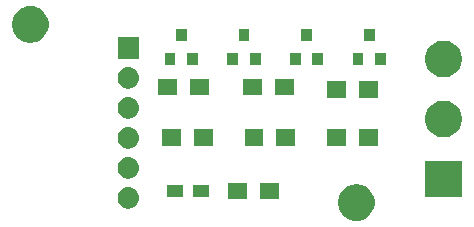
<source format=gbr>
G04 #@! TF.GenerationSoftware,KiCad,Pcbnew,(5.1.0)-1*
G04 #@! TF.CreationDate,2019-12-29T23:08:54+00:00*
G04 #@! TF.ProjectId,WebastoWBUSInterface,57656261-7374-46f5-9742-5553496e7465,rev?*
G04 #@! TF.SameCoordinates,Original*
G04 #@! TF.FileFunction,Soldermask,Top*
G04 #@! TF.FilePolarity,Negative*
%FSLAX46Y46*%
G04 Gerber Fmt 4.6, Leading zero omitted, Abs format (unit mm)*
G04 Created by KiCad (PCBNEW (5.1.0)-1) date 2019-12-29 23:08:54*
%MOMM*%
%LPD*%
G04 APERTURE LIST*
%ADD10C,0.100000*%
G04 APERTURE END LIST*
D10*
G36*
X95102585Y-97978802D02*
G01*
X95252410Y-98008604D01*
X95534674Y-98125521D01*
X95788705Y-98295259D01*
X96004741Y-98511295D01*
X96174479Y-98765326D01*
X96291396Y-99047590D01*
X96351000Y-99347240D01*
X96351000Y-99652760D01*
X96291396Y-99952410D01*
X96174479Y-100234674D01*
X96004741Y-100488705D01*
X95788705Y-100704741D01*
X95534674Y-100874479D01*
X95252410Y-100991396D01*
X95102585Y-101021198D01*
X94952761Y-101051000D01*
X94647239Y-101051000D01*
X94497415Y-101021198D01*
X94347590Y-100991396D01*
X94065326Y-100874479D01*
X93811295Y-100704741D01*
X93595259Y-100488705D01*
X93425521Y-100234674D01*
X93308604Y-99952410D01*
X93249000Y-99652760D01*
X93249000Y-99347240D01*
X93308604Y-99047590D01*
X93425521Y-98765326D01*
X93595259Y-98511295D01*
X93811295Y-98295259D01*
X94065326Y-98125521D01*
X94347590Y-98008604D01*
X94497415Y-97978802D01*
X94647239Y-97949000D01*
X94952761Y-97949000D01*
X95102585Y-97978802D01*
X95102585Y-97978802D01*
G37*
G36*
X75610443Y-98205519D02*
G01*
X75676627Y-98212037D01*
X75846466Y-98263557D01*
X76002991Y-98347222D01*
X76038729Y-98376552D01*
X76140186Y-98459814D01*
X76223448Y-98561271D01*
X76252778Y-98597009D01*
X76336443Y-98753534D01*
X76387963Y-98923373D01*
X76405359Y-99100000D01*
X76387963Y-99276627D01*
X76336443Y-99446466D01*
X76252778Y-99602991D01*
X76223448Y-99638729D01*
X76140186Y-99740186D01*
X76038729Y-99823448D01*
X76002991Y-99852778D01*
X75846466Y-99936443D01*
X75676627Y-99987963D01*
X75610442Y-99994482D01*
X75544260Y-100001000D01*
X75455740Y-100001000D01*
X75389558Y-99994482D01*
X75323373Y-99987963D01*
X75153534Y-99936443D01*
X74997009Y-99852778D01*
X74961271Y-99823448D01*
X74859814Y-99740186D01*
X74776552Y-99638729D01*
X74747222Y-99602991D01*
X74663557Y-99446466D01*
X74612037Y-99276627D01*
X74594641Y-99100000D01*
X74612037Y-98923373D01*
X74663557Y-98753534D01*
X74747222Y-98597009D01*
X74776552Y-98561271D01*
X74859814Y-98459814D01*
X74961271Y-98376552D01*
X74997009Y-98347222D01*
X75153534Y-98263557D01*
X75323373Y-98212037D01*
X75389557Y-98205519D01*
X75455740Y-98199000D01*
X75544260Y-98199000D01*
X75610443Y-98205519D01*
X75610443Y-98205519D01*
G37*
G36*
X88251000Y-99201000D02*
G01*
X86649000Y-99201000D01*
X86649000Y-97799000D01*
X88251000Y-97799000D01*
X88251000Y-99201000D01*
X88251000Y-99201000D01*
G37*
G36*
X85551000Y-99201000D02*
G01*
X83949000Y-99201000D01*
X83949000Y-97799000D01*
X85551000Y-97799000D01*
X85551000Y-99201000D01*
X85551000Y-99201000D01*
G37*
G36*
X103751000Y-99051000D02*
G01*
X100649000Y-99051000D01*
X100649000Y-95949000D01*
X103751000Y-95949000D01*
X103751000Y-99051000D01*
X103751000Y-99051000D01*
G37*
G36*
X80101000Y-98986000D02*
G01*
X78799000Y-98986000D01*
X78799000Y-97984000D01*
X80101000Y-97984000D01*
X80101000Y-98986000D01*
X80101000Y-98986000D01*
G37*
G36*
X82301000Y-98986000D02*
G01*
X80999000Y-98986000D01*
X80999000Y-97984000D01*
X82301000Y-97984000D01*
X82301000Y-98986000D01*
X82301000Y-98986000D01*
G37*
G36*
X75610442Y-95665518D02*
G01*
X75676627Y-95672037D01*
X75846466Y-95723557D01*
X76002991Y-95807222D01*
X76038729Y-95836552D01*
X76140186Y-95919814D01*
X76223448Y-96021271D01*
X76252778Y-96057009D01*
X76336443Y-96213534D01*
X76387963Y-96383373D01*
X76405359Y-96560000D01*
X76387963Y-96736627D01*
X76336443Y-96906466D01*
X76252778Y-97062991D01*
X76223448Y-97098729D01*
X76140186Y-97200186D01*
X76038729Y-97283448D01*
X76002991Y-97312778D01*
X75846466Y-97396443D01*
X75676627Y-97447963D01*
X75610443Y-97454481D01*
X75544260Y-97461000D01*
X75455740Y-97461000D01*
X75389557Y-97454481D01*
X75323373Y-97447963D01*
X75153534Y-97396443D01*
X74997009Y-97312778D01*
X74961271Y-97283448D01*
X74859814Y-97200186D01*
X74776552Y-97098729D01*
X74747222Y-97062991D01*
X74663557Y-96906466D01*
X74612037Y-96736627D01*
X74594641Y-96560000D01*
X74612037Y-96383373D01*
X74663557Y-96213534D01*
X74747222Y-96057009D01*
X74776552Y-96021271D01*
X74859814Y-95919814D01*
X74961271Y-95836552D01*
X74997009Y-95807222D01*
X75153534Y-95723557D01*
X75323373Y-95672037D01*
X75389558Y-95665518D01*
X75455740Y-95659000D01*
X75544260Y-95659000D01*
X75610442Y-95665518D01*
X75610442Y-95665518D01*
G37*
G36*
X75610443Y-93125519D02*
G01*
X75676627Y-93132037D01*
X75846466Y-93183557D01*
X76002991Y-93267222D01*
X76038729Y-93296552D01*
X76140186Y-93379814D01*
X76223448Y-93481271D01*
X76252778Y-93517009D01*
X76336443Y-93673534D01*
X76387963Y-93843373D01*
X76405359Y-94020000D01*
X76387963Y-94196627D01*
X76336443Y-94366466D01*
X76252778Y-94522991D01*
X76223448Y-94558729D01*
X76140186Y-94660186D01*
X76038729Y-94743448D01*
X76002991Y-94772778D01*
X75846466Y-94856443D01*
X75676627Y-94907963D01*
X75610443Y-94914481D01*
X75544260Y-94921000D01*
X75455740Y-94921000D01*
X75389557Y-94914481D01*
X75323373Y-94907963D01*
X75153534Y-94856443D01*
X74997009Y-94772778D01*
X74961271Y-94743448D01*
X74859814Y-94660186D01*
X74776552Y-94558729D01*
X74747222Y-94522991D01*
X74663557Y-94366466D01*
X74612037Y-94196627D01*
X74594641Y-94020000D01*
X74612037Y-93843373D01*
X74663557Y-93673534D01*
X74747222Y-93517009D01*
X74776552Y-93481271D01*
X74859814Y-93379814D01*
X74961271Y-93296552D01*
X74997009Y-93267222D01*
X75153534Y-93183557D01*
X75323373Y-93132037D01*
X75389557Y-93125519D01*
X75455740Y-93119000D01*
X75544260Y-93119000D01*
X75610443Y-93125519D01*
X75610443Y-93125519D01*
G37*
G36*
X96651000Y-94701000D02*
G01*
X95049000Y-94701000D01*
X95049000Y-93299000D01*
X96651000Y-93299000D01*
X96651000Y-94701000D01*
X96651000Y-94701000D01*
G37*
G36*
X86951000Y-94701000D02*
G01*
X85349000Y-94701000D01*
X85349000Y-93299000D01*
X86951000Y-93299000D01*
X86951000Y-94701000D01*
X86951000Y-94701000D01*
G37*
G36*
X89651000Y-94701000D02*
G01*
X88049000Y-94701000D01*
X88049000Y-93299000D01*
X89651000Y-93299000D01*
X89651000Y-94701000D01*
X89651000Y-94701000D01*
G37*
G36*
X79951000Y-94701000D02*
G01*
X78349000Y-94701000D01*
X78349000Y-93299000D01*
X79951000Y-93299000D01*
X79951000Y-94701000D01*
X79951000Y-94701000D01*
G37*
G36*
X93951000Y-94701000D02*
G01*
X92349000Y-94701000D01*
X92349000Y-93299000D01*
X93951000Y-93299000D01*
X93951000Y-94701000D01*
X93951000Y-94701000D01*
G37*
G36*
X82651000Y-94701000D02*
G01*
X81049000Y-94701000D01*
X81049000Y-93299000D01*
X82651000Y-93299000D01*
X82651000Y-94701000D01*
X82651000Y-94701000D01*
G37*
G36*
X102502585Y-90898802D02*
G01*
X102652410Y-90928604D01*
X102934674Y-91045521D01*
X103188705Y-91215259D01*
X103404741Y-91431295D01*
X103574479Y-91685326D01*
X103691396Y-91967590D01*
X103751000Y-92267240D01*
X103751000Y-92572760D01*
X103691396Y-92872410D01*
X103574479Y-93154674D01*
X103404741Y-93408705D01*
X103188705Y-93624741D01*
X102934674Y-93794479D01*
X102652410Y-93911396D01*
X102502585Y-93941198D01*
X102352761Y-93971000D01*
X102047239Y-93971000D01*
X101897415Y-93941198D01*
X101747590Y-93911396D01*
X101465326Y-93794479D01*
X101211295Y-93624741D01*
X100995259Y-93408705D01*
X100825521Y-93154674D01*
X100708604Y-92872410D01*
X100649000Y-92572760D01*
X100649000Y-92267240D01*
X100708604Y-91967590D01*
X100825521Y-91685326D01*
X100995259Y-91431295D01*
X101211295Y-91215259D01*
X101465326Y-91045521D01*
X101747590Y-90928604D01*
X101897415Y-90898802D01*
X102047239Y-90869000D01*
X102352761Y-90869000D01*
X102502585Y-90898802D01*
X102502585Y-90898802D01*
G37*
G36*
X75610442Y-90585518D02*
G01*
X75676627Y-90592037D01*
X75846466Y-90643557D01*
X76002991Y-90727222D01*
X76038729Y-90756552D01*
X76140186Y-90839814D01*
X76213053Y-90928604D01*
X76252778Y-90977009D01*
X76336443Y-91133534D01*
X76387963Y-91303373D01*
X76405359Y-91480000D01*
X76387963Y-91656627D01*
X76336443Y-91826466D01*
X76252778Y-91982991D01*
X76223448Y-92018729D01*
X76140186Y-92120186D01*
X76038729Y-92203448D01*
X76002991Y-92232778D01*
X75846466Y-92316443D01*
X75676627Y-92367963D01*
X75610442Y-92374482D01*
X75544260Y-92381000D01*
X75455740Y-92381000D01*
X75389558Y-92374482D01*
X75323373Y-92367963D01*
X75153534Y-92316443D01*
X74997009Y-92232778D01*
X74961271Y-92203448D01*
X74859814Y-92120186D01*
X74776552Y-92018729D01*
X74747222Y-91982991D01*
X74663557Y-91826466D01*
X74612037Y-91656627D01*
X74594641Y-91480000D01*
X74612037Y-91303373D01*
X74663557Y-91133534D01*
X74747222Y-90977009D01*
X74786947Y-90928604D01*
X74859814Y-90839814D01*
X74961271Y-90756552D01*
X74997009Y-90727222D01*
X75153534Y-90643557D01*
X75323373Y-90592037D01*
X75389558Y-90585518D01*
X75455740Y-90579000D01*
X75544260Y-90579000D01*
X75610442Y-90585518D01*
X75610442Y-90585518D01*
G37*
G36*
X96651000Y-90601000D02*
G01*
X95049000Y-90601000D01*
X95049000Y-89199000D01*
X96651000Y-89199000D01*
X96651000Y-90601000D01*
X96651000Y-90601000D01*
G37*
G36*
X93951000Y-90601000D02*
G01*
X92349000Y-90601000D01*
X92349000Y-89199000D01*
X93951000Y-89199000D01*
X93951000Y-90601000D01*
X93951000Y-90601000D01*
G37*
G36*
X82351000Y-90401000D02*
G01*
X80749000Y-90401000D01*
X80749000Y-88999000D01*
X82351000Y-88999000D01*
X82351000Y-90401000D01*
X82351000Y-90401000D01*
G37*
G36*
X86801000Y-90401000D02*
G01*
X85199000Y-90401000D01*
X85199000Y-88999000D01*
X86801000Y-88999000D01*
X86801000Y-90401000D01*
X86801000Y-90401000D01*
G37*
G36*
X79651000Y-90401000D02*
G01*
X78049000Y-90401000D01*
X78049000Y-88999000D01*
X79651000Y-88999000D01*
X79651000Y-90401000D01*
X79651000Y-90401000D01*
G37*
G36*
X89501000Y-90401000D02*
G01*
X87899000Y-90401000D01*
X87899000Y-88999000D01*
X89501000Y-88999000D01*
X89501000Y-90401000D01*
X89501000Y-90401000D01*
G37*
G36*
X75610443Y-88045519D02*
G01*
X75676627Y-88052037D01*
X75846466Y-88103557D01*
X76002991Y-88187222D01*
X76038729Y-88216552D01*
X76140186Y-88299814D01*
X76223448Y-88401271D01*
X76252778Y-88437009D01*
X76336443Y-88593534D01*
X76387963Y-88763373D01*
X76405359Y-88940000D01*
X76387963Y-89116627D01*
X76336443Y-89286466D01*
X76252778Y-89442991D01*
X76223448Y-89478729D01*
X76140186Y-89580186D01*
X76038729Y-89663448D01*
X76002991Y-89692778D01*
X75846466Y-89776443D01*
X75676627Y-89827963D01*
X75610443Y-89834481D01*
X75544260Y-89841000D01*
X75455740Y-89841000D01*
X75389557Y-89834481D01*
X75323373Y-89827963D01*
X75153534Y-89776443D01*
X74997009Y-89692778D01*
X74961271Y-89663448D01*
X74859814Y-89580186D01*
X74776552Y-89478729D01*
X74747222Y-89442991D01*
X74663557Y-89286466D01*
X74612037Y-89116627D01*
X74594641Y-88940000D01*
X74612037Y-88763373D01*
X74663557Y-88593534D01*
X74747222Y-88437009D01*
X74776552Y-88401271D01*
X74859814Y-88299814D01*
X74961271Y-88216552D01*
X74997009Y-88187222D01*
X75153534Y-88103557D01*
X75323373Y-88052037D01*
X75389557Y-88045519D01*
X75455740Y-88039000D01*
X75544260Y-88039000D01*
X75610443Y-88045519D01*
X75610443Y-88045519D01*
G37*
G36*
X102502585Y-85818802D02*
G01*
X102652410Y-85848604D01*
X102934674Y-85965521D01*
X103188705Y-86135259D01*
X103404741Y-86351295D01*
X103574479Y-86605326D01*
X103691396Y-86887590D01*
X103751000Y-87187240D01*
X103751000Y-87492760D01*
X103691396Y-87792410D01*
X103574479Y-88074674D01*
X103404741Y-88328705D01*
X103188705Y-88544741D01*
X102934674Y-88714479D01*
X102652410Y-88831396D01*
X102502585Y-88861198D01*
X102352761Y-88891000D01*
X102047239Y-88891000D01*
X101897415Y-88861198D01*
X101747590Y-88831396D01*
X101465326Y-88714479D01*
X101211295Y-88544741D01*
X100995259Y-88328705D01*
X100825521Y-88074674D01*
X100708604Y-87792410D01*
X100649000Y-87492760D01*
X100649000Y-87187240D01*
X100708604Y-86887590D01*
X100825521Y-86605326D01*
X100995259Y-86351295D01*
X101211295Y-86135259D01*
X101465326Y-85965521D01*
X101747590Y-85848604D01*
X101897415Y-85818802D01*
X102047239Y-85789000D01*
X102352761Y-85789000D01*
X102502585Y-85818802D01*
X102502585Y-85818802D01*
G37*
G36*
X79501000Y-87801000D02*
G01*
X78599000Y-87801000D01*
X78599000Y-86799000D01*
X79501000Y-86799000D01*
X79501000Y-87801000D01*
X79501000Y-87801000D01*
G37*
G36*
X95401000Y-87801000D02*
G01*
X94499000Y-87801000D01*
X94499000Y-86799000D01*
X95401000Y-86799000D01*
X95401000Y-87801000D01*
X95401000Y-87801000D01*
G37*
G36*
X92001000Y-87801000D02*
G01*
X91099000Y-87801000D01*
X91099000Y-86799000D01*
X92001000Y-86799000D01*
X92001000Y-87801000D01*
X92001000Y-87801000D01*
G37*
G36*
X81401000Y-87801000D02*
G01*
X80499000Y-87801000D01*
X80499000Y-86799000D01*
X81401000Y-86799000D01*
X81401000Y-87801000D01*
X81401000Y-87801000D01*
G37*
G36*
X84801000Y-87801000D02*
G01*
X83899000Y-87801000D01*
X83899000Y-86799000D01*
X84801000Y-86799000D01*
X84801000Y-87801000D01*
X84801000Y-87801000D01*
G37*
G36*
X86701000Y-87801000D02*
G01*
X85799000Y-87801000D01*
X85799000Y-86799000D01*
X86701000Y-86799000D01*
X86701000Y-87801000D01*
X86701000Y-87801000D01*
G37*
G36*
X90101000Y-87801000D02*
G01*
X89199000Y-87801000D01*
X89199000Y-86799000D01*
X90101000Y-86799000D01*
X90101000Y-87801000D01*
X90101000Y-87801000D01*
G37*
G36*
X97301000Y-87801000D02*
G01*
X96399000Y-87801000D01*
X96399000Y-86799000D01*
X97301000Y-86799000D01*
X97301000Y-87801000D01*
X97301000Y-87801000D01*
G37*
G36*
X76401000Y-87301000D02*
G01*
X74599000Y-87301000D01*
X74599000Y-85499000D01*
X76401000Y-85499000D01*
X76401000Y-87301000D01*
X76401000Y-87301000D01*
G37*
G36*
X67502585Y-82878802D02*
G01*
X67652410Y-82908604D01*
X67934674Y-83025521D01*
X68188705Y-83195259D01*
X68404741Y-83411295D01*
X68574479Y-83665326D01*
X68691396Y-83947590D01*
X68751000Y-84247240D01*
X68751000Y-84552760D01*
X68691396Y-84852410D01*
X68574479Y-85134674D01*
X68404741Y-85388705D01*
X68188705Y-85604741D01*
X67934674Y-85774479D01*
X67652410Y-85891396D01*
X67502585Y-85921198D01*
X67352761Y-85951000D01*
X67047239Y-85951000D01*
X66897415Y-85921198D01*
X66747590Y-85891396D01*
X66465326Y-85774479D01*
X66211295Y-85604741D01*
X65995259Y-85388705D01*
X65825521Y-85134674D01*
X65708604Y-84852410D01*
X65649000Y-84552760D01*
X65649000Y-84247240D01*
X65708604Y-83947590D01*
X65825521Y-83665326D01*
X65995259Y-83411295D01*
X66211295Y-83195259D01*
X66465326Y-83025521D01*
X66747590Y-82908604D01*
X66897415Y-82878802D01*
X67047239Y-82849000D01*
X67352761Y-82849000D01*
X67502585Y-82878802D01*
X67502585Y-82878802D01*
G37*
G36*
X96351000Y-85801000D02*
G01*
X95449000Y-85801000D01*
X95449000Y-84799000D01*
X96351000Y-84799000D01*
X96351000Y-85801000D01*
X96351000Y-85801000D01*
G37*
G36*
X91051000Y-85801000D02*
G01*
X90149000Y-85801000D01*
X90149000Y-84799000D01*
X91051000Y-84799000D01*
X91051000Y-85801000D01*
X91051000Y-85801000D01*
G37*
G36*
X85751000Y-85801000D02*
G01*
X84849000Y-85801000D01*
X84849000Y-84799000D01*
X85751000Y-84799000D01*
X85751000Y-85801000D01*
X85751000Y-85801000D01*
G37*
G36*
X80451000Y-85801000D02*
G01*
X79549000Y-85801000D01*
X79549000Y-84799000D01*
X80451000Y-84799000D01*
X80451000Y-85801000D01*
X80451000Y-85801000D01*
G37*
M02*

</source>
